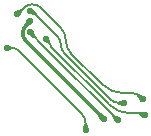
<source format=gbr>
%TF.GenerationSoftware,KiCad,Pcbnew,9.0.3-9.0.3-0~ubuntu24.04.1*%
%TF.CreationDate,2025-09-10T15:10:14+02:00*%
%TF.ProjectId,debix_rpi_22,64656269-785f-4727-9069-5f32322e6b69,rev?*%
%TF.SameCoordinates,Original*%
%TF.FileFunction,Copper,L2,Bot*%
%TF.FilePolarity,Positive*%
%FSLAX46Y46*%
G04 Gerber Fmt 4.6, Leading zero omitted, Abs format (unit mm)*
G04 Created by KiCad (PCBNEW 9.0.3-9.0.3-0~ubuntu24.04.1) date 2025-09-10 15:10:14*
%MOMM*%
%LPD*%
G01*
G04 APERTURE LIST*
%TA.AperFunction,ViaPad*%
%ADD10C,0.550000*%
%TD*%
%TA.AperFunction,ViaPad*%
%ADD11C,0.600000*%
%TD*%
%TA.AperFunction,Conductor*%
%ADD12C,0.200000*%
%TD*%
%TA.AperFunction,Conductor*%
%ADD13C,0.300000*%
%TD*%
G04 APERTURE END LIST*
D10*
%TO.N,/csi_scl*%
X117828293Y-133515121D03*
X126174000Y-139974000D03*
%TO.N,+3V3*%
X116479346Y-132000000D03*
X122708557Y-140291443D03*
%TO.N,/csi_sda*%
X116500000Y-132900000D03*
X123875000Y-140375000D03*
%TO.N,GND*%
X114499997Y-134252003D03*
X121174265Y-141174265D03*
D11*
%TO.N,/CAM_GPIO_1*%
X126000000Y-138600000D03*
D10*
X115398000Y-131400000D03*
%TO.N,/CAM_GPIO_0*%
X124401000Y-138925000D03*
X116500000Y-131150000D03*
%TD*%
D12*
%TO.N,/csi_scl*%
X123112017Y-139044888D02*
X118261274Y-134194144D01*
X126174000Y-139974000D02*
X126086499Y-139886500D01*
X125875254Y-139798998D02*
X124932553Y-139798989D01*
X117828293Y-133515121D02*
X118087297Y-133774125D01*
X126086499Y-139886500D02*
G75*
G03*
X125875254Y-139799019I-211199J-211200D01*
G01*
X118174286Y-133984135D02*
G75*
G03*
X118087312Y-133774110I-296986J35D01*
G01*
X123112017Y-139044888D02*
G75*
G03*
X124932553Y-139798997I1820583J1820588D01*
G01*
X118174286Y-133984135D02*
G75*
G03*
X118261288Y-134194130I297014J35D01*
G01*
D13*
%TO.N,+3V3*%
X122708557Y-140291443D02*
X116132374Y-133715283D01*
X116479346Y-132000000D02*
X116132384Y-132346954D01*
X115848987Y-133031118D02*
G75*
G03*
X116132393Y-133715264I967513J18D01*
G01*
X115848987Y-133031118D02*
G75*
G02*
X116132380Y-132346950I967513J18D01*
G01*
D12*
%TO.N,/csi_sda*%
X123875000Y-140375000D02*
X117927482Y-134427482D01*
X116535352Y-133035356D02*
X117572512Y-134072512D01*
X116499998Y-132950000D02*
X116500000Y-132900000D01*
X117924570Y-134425983D02*
X117574011Y-134075424D01*
X117573273Y-134074320D02*
G75*
G02*
X117573275Y-134073621I13527J320D01*
G01*
X117927482Y-134427482D02*
G75*
G03*
X117926981Y-134426990I-40882J-41118D01*
G01*
X117573274Y-134073621D02*
G75*
G03*
X117573015Y-134073022I-774J21D01*
G01*
X117926378Y-134426741D02*
G75*
G03*
X117925672Y-134426740I-378J-17759D01*
G01*
X117573522Y-134074923D02*
G75*
G02*
X117573279Y-134074320I678J623D01*
G01*
X117572512Y-134072512D02*
G75*
G03*
X117573025Y-134073010I18388J18412D01*
G01*
X116499998Y-132950000D02*
G75*
G03*
X116535355Y-133035353I120702J0D01*
G01*
X117925069Y-134426490D02*
G75*
G03*
X117925671Y-134426763I631J590D01*
G01*
X117573522Y-134074923D02*
G75*
G03*
X117574011Y-134075424I20878J19923D01*
G01*
X117926378Y-134426741D02*
G75*
G02*
X117926993Y-134426978I22J-859D01*
G01*
X117924570Y-134425983D02*
G75*
G02*
X117925069Y-134426490I-31770J-31717D01*
G01*
%TO.N,GND*%
X121174265Y-141174265D02*
X121174276Y-140674260D01*
X114499997Y-134252003D02*
X114875997Y-134252010D01*
X115517870Y-134517888D02*
X120820728Y-139820700D01*
X115517870Y-134517888D02*
G75*
G03*
X114875997Y-134252029I-641870J-641912D01*
G01*
X120820728Y-139820700D02*
G75*
G02*
X121174251Y-140674260I-853528J-853500D01*
G01*
%TO.N,/CAM_GPIO_1*%
X119011260Y-132477688D02*
X117419937Y-130886379D01*
X115911611Y-130886371D02*
X115398000Y-131400000D01*
X126000000Y-138600000D02*
X125749496Y-138349508D01*
X119953279Y-134752005D02*
X122522952Y-137321630D01*
X125144736Y-138099010D02*
X124399652Y-138098995D01*
X117419937Y-130886379D02*
G75*
G03*
X116665771Y-130574030I-754137J-754221D01*
G01*
X119011260Y-132477688D02*
G75*
G02*
X119482282Y-133614848I-1137060J-1137112D01*
G01*
X115911611Y-130886371D02*
G75*
G02*
X116665771Y-130573958I754189J-754129D01*
G01*
X122522952Y-137321630D02*
G75*
G03*
X124399652Y-138098980I1876748J1876830D01*
G01*
X125144736Y-138099010D02*
G75*
G02*
X125749483Y-138349521I-36J-855290D01*
G01*
X119953279Y-134752005D02*
G75*
G02*
X119482279Y-133614848I1137121J1137105D01*
G01*
%TO.N,/CAM_GPIO_0*%
X123980097Y-138925006D02*
X124401000Y-138925000D01*
X119387371Y-134753186D02*
X123261572Y-138627388D01*
X116703031Y-131203032D02*
X118775179Y-133275155D01*
X116500000Y-131150000D02*
X116574999Y-131150000D01*
X116574999Y-131150000D02*
G75*
G02*
X116703039Y-131203024I1J-181100D01*
G01*
X119387371Y-134753186D02*
G75*
G02*
X119081256Y-134014170I738929J738986D01*
G01*
X119081276Y-134014170D02*
G75*
G03*
X118775197Y-133275137I-1045076J70D01*
G01*
X123980097Y-138925006D02*
G75*
G02*
X123261585Y-138627375I3J1016106D01*
G01*
%TD*%
%TA.AperFunction,Conductor*%
%TO.N,/csi_sda*%
G36*
X123568034Y-139922762D02*
G01*
X124015761Y-140140500D01*
X124021702Y-140147200D01*
X124021166Y-140156139D01*
X124020395Y-140157487D01*
X123877017Y-140373731D01*
X123873731Y-140377017D01*
X123657487Y-140520395D01*
X123648699Y-140522111D01*
X123641271Y-140517109D01*
X123640500Y-140515761D01*
X123422762Y-140068034D01*
X123422226Y-140059095D01*
X123425009Y-140054646D01*
X123554645Y-139925010D01*
X123562917Y-139921584D01*
X123568034Y-139922762D01*
G37*
%TD.AperFunction*%
%TD*%
%TA.AperFunction,Conductor*%
%TO.N,/csi_scl*%
G36*
X126213586Y-139704147D02*
G01*
X126221825Y-139707653D01*
X126225171Y-139715959D01*
X126224955Y-139718088D01*
X126175452Y-139971676D01*
X126173678Y-139975963D01*
X126028724Y-140191492D01*
X126021263Y-140196445D01*
X126012486Y-140194672D01*
X126011204Y-140193674D01*
X125686461Y-139902483D01*
X125682589Y-139894408D01*
X125682572Y-139893772D01*
X125682572Y-139710807D01*
X125685999Y-139702537D01*
X125694270Y-139699110D01*
X126213586Y-139704147D01*
G37*
%TD.AperFunction*%
%TD*%
%TA.AperFunction,Conductor*%
%TO.N,/CAM_GPIO_0*%
G36*
X116735292Y-131005939D02*
G01*
X117009341Y-131365976D01*
X117011625Y-131374633D01*
X117008304Y-131381334D01*
X116878661Y-131510979D01*
X116870388Y-131514406D01*
X116867831Y-131514123D01*
X116457462Y-131422205D01*
X116450138Y-131417053D01*
X116448537Y-131408542D01*
X116498353Y-131154091D01*
X116503304Y-131146633D01*
X116719519Y-131003274D01*
X116728306Y-131001559D01*
X116735292Y-131005939D01*
G37*
%TD.AperFunction*%
%TD*%
%TA.AperFunction,Conductor*%
%TO.N,GND*%
G36*
X114566688Y-133987539D02*
G01*
X114975723Y-134152272D01*
X114982116Y-134158540D01*
X114982826Y-134165406D01*
X114946891Y-134346070D01*
X114941916Y-134353516D01*
X114940119Y-134354501D01*
X114661737Y-134476723D01*
X114652785Y-134476911D01*
X114647322Y-134472535D01*
X114501743Y-134255865D01*
X114499974Y-134247087D01*
X114499988Y-134247016D01*
X114516530Y-134165406D01*
X114550853Y-133996067D01*
X114555855Y-133988641D01*
X114564644Y-133986926D01*
X114566688Y-133987539D01*
G37*
%TD.AperFunction*%
%TD*%
%TA.AperFunction,Conductor*%
%TO.N,+3V3*%
G36*
X122437303Y-139804979D02*
G01*
X122850942Y-140056468D01*
X122856231Y-140063693D01*
X122854861Y-140072542D01*
X122854615Y-140072929D01*
X122710574Y-140290174D01*
X122707288Y-140293460D01*
X122490043Y-140437501D01*
X122481255Y-140439217D01*
X122473827Y-140434215D01*
X122473597Y-140433853D01*
X122222093Y-140020190D01*
X122220723Y-140011341D01*
X122223815Y-140005841D01*
X122422953Y-139806702D01*
X122431225Y-139803276D01*
X122437303Y-139804979D01*
G37*
%TD.AperFunction*%
%TD*%
%TA.AperFunction,Conductor*%
%TO.N,/CAM_GPIO_1*%
G36*
X115718347Y-130950006D02*
G01*
X115847982Y-131079636D01*
X115851409Y-131087909D01*
X115850231Y-131093026D01*
X115632499Y-131540760D01*
X115625799Y-131546701D01*
X115616860Y-131546165D01*
X115615512Y-131545394D01*
X115515146Y-131478848D01*
X115399266Y-131402015D01*
X115395984Y-131398733D01*
X115252603Y-131182485D01*
X115250888Y-131173698D01*
X115255890Y-131166270D01*
X115257223Y-131165507D01*
X115704958Y-130947756D01*
X115713896Y-130947221D01*
X115718347Y-130950006D01*
G37*
%TD.AperFunction*%
%TD*%
%TA.AperFunction,Conductor*%
%TO.N,/CAM_GPIO_1*%
G36*
X125673313Y-138158289D02*
G01*
X126049338Y-138302246D01*
X126055839Y-138308405D01*
X126056637Y-138315420D01*
X126001769Y-138595757D01*
X125996817Y-138603218D01*
X125996757Y-138603258D01*
X125762115Y-138759000D01*
X125753327Y-138760720D01*
X125745897Y-138755722D01*
X125744946Y-138753986D01*
X125678255Y-138603258D01*
X125556078Y-138327125D01*
X125555865Y-138318174D01*
X125557047Y-138315897D01*
X125659403Y-138162715D01*
X125666848Y-138157741D01*
X125673313Y-138158289D01*
G37*
%TD.AperFunction*%
%TD*%
%TA.AperFunction,Conductor*%
%TO.N,+3V3*%
G36*
X116260453Y-131853719D02*
G01*
X116261108Y-131854124D01*
X116478062Y-131997969D01*
X116481348Y-132001254D01*
X116625198Y-132218203D01*
X116626914Y-132226992D01*
X116621913Y-132234420D01*
X116621223Y-132234844D01*
X116248019Y-132446698D01*
X116239132Y-132447802D01*
X116234126Y-132444950D01*
X116030913Y-132249219D01*
X116027332Y-132241011D01*
X116028873Y-132234985D01*
X116244487Y-131858064D01*
X116251570Y-131852586D01*
X116260453Y-131853719D01*
G37*
%TD.AperFunction*%
%TD*%
%TA.AperFunction,Conductor*%
%TO.N,/csi_sda*%
G36*
X116768251Y-132850127D02*
G01*
X116772873Y-132856295D01*
X116898729Y-133252682D01*
X116897967Y-133261605D01*
X116895851Y-133264496D01*
X116766213Y-133394134D01*
X116757940Y-133397561D01*
X116751494Y-133395624D01*
X116356999Y-133135113D01*
X116351983Y-133127695D01*
X116353683Y-133118903D01*
X116353695Y-133118885D01*
X116496590Y-132903369D01*
X116504016Y-132898368D01*
X116759476Y-132848354D01*
X116768251Y-132850127D01*
G37*
%TD.AperFunction*%
%TD*%
%TA.AperFunction,Conductor*%
%TO.N,/csi_scl*%
G36*
X118097099Y-133465139D02*
G01*
X118101505Y-133470698D01*
X118267048Y-133907566D01*
X118266775Y-133916517D01*
X118260253Y-133922653D01*
X118256376Y-133923409D01*
X118075677Y-133927559D01*
X118070496Y-133926481D01*
X117687902Y-133749506D01*
X117681832Y-133742922D01*
X117682195Y-133733975D01*
X117683068Y-133732413D01*
X117825567Y-133518186D01*
X117832999Y-133513199D01*
X118088324Y-133463361D01*
X118097099Y-133465139D01*
G37*
%TD.AperFunction*%
%TD*%
%TA.AperFunction,Conductor*%
%TO.N,GND*%
G36*
X121274335Y-140675597D02*
G01*
X121277178Y-140679899D01*
X121439107Y-141107739D01*
X121438831Y-141116690D01*
X121432307Y-141122823D01*
X121430489Y-141123348D01*
X121176608Y-141174793D01*
X121171961Y-141174793D01*
X120918084Y-141123357D01*
X120910656Y-141118356D01*
X120908940Y-141109567D01*
X120909478Y-141107714D01*
X121071487Y-140683704D01*
X121077641Y-140677199D01*
X121082169Y-140676183D01*
X121265993Y-140672344D01*
X121274335Y-140675597D01*
G37*
%TD.AperFunction*%
%TD*%
%TA.AperFunction,Conductor*%
%TO.N,/CAM_GPIO_0*%
G36*
X124343420Y-138660437D02*
G01*
X124349556Y-138666959D01*
X124350082Y-138668784D01*
X124401509Y-138922870D01*
X124401509Y-138927515D01*
X124350032Y-139181482D01*
X124345030Y-139188910D01*
X124336241Y-139190625D01*
X124334633Y-139190177D01*
X123971041Y-139060428D01*
X123870218Y-139024449D01*
X123863579Y-139018442D01*
X123862676Y-139011150D01*
X123898461Y-138831257D01*
X123903435Y-138823814D01*
X123905784Y-138822603D01*
X124334471Y-138660164D01*
X124343420Y-138660437D01*
G37*
%TD.AperFunction*%
%TD*%
M02*

</source>
